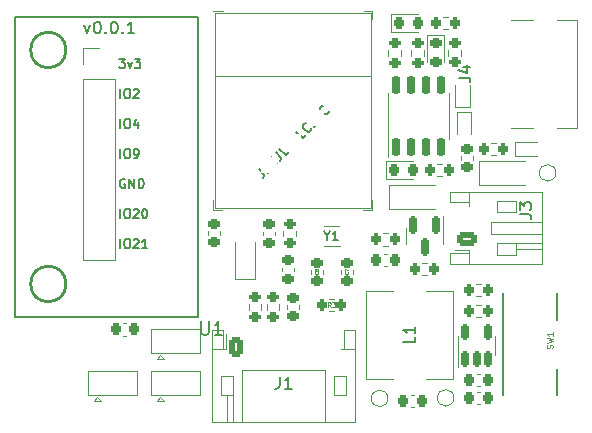
<source format=gto>
%TF.GenerationSoftware,KiCad,Pcbnew,(6.0.2)*%
%TF.CreationDate,2022-03-15T02:09:26-04:00*%
%TF.ProjectId,ferrous_slime,66657272-6f75-4735-9f73-6c696d652e6b,v0.0.1*%
%TF.SameCoordinates,Original*%
%TF.FileFunction,Legend,Top*%
%TF.FilePolarity,Positive*%
%FSLAX46Y46*%
G04 Gerber Fmt 4.6, Leading zero omitted, Abs format (unit mm)*
G04 Created by KiCad (PCBNEW (6.0.2)) date 2022-03-15 02:09:26*
%MOMM*%
%LPD*%
G01*
G04 APERTURE LIST*
G04 Aperture macros list*
%AMRoundRect*
0 Rectangle with rounded corners*
0 $1 Rounding radius*
0 $2 $3 $4 $5 $6 $7 $8 $9 X,Y pos of 4 corners*
0 Add a 4 corners polygon primitive as box body*
4,1,4,$2,$3,$4,$5,$6,$7,$8,$9,$2,$3,0*
0 Add four circle primitives for the rounded corners*
1,1,$1+$1,$2,$3*
1,1,$1+$1,$4,$5*
1,1,$1+$1,$6,$7*
1,1,$1+$1,$8,$9*
0 Add four rect primitives between the rounded corners*
20,1,$1+$1,$2,$3,$4,$5,0*
20,1,$1+$1,$4,$5,$6,$7,0*
20,1,$1+$1,$6,$7,$8,$9,0*
20,1,$1+$1,$8,$9,$2,$3,0*%
%AMFreePoly0*
4,1,6,0.725000,-0.725000,-0.725000,-0.725000,-0.725000,0.125000,-0.125000,0.725000,0.725000,0.725000,0.725000,-0.725000,0.725000,-0.725000,$1*%
G04 Aperture macros list end*
%ADD10C,0.200000*%
%ADD11C,0.150000*%
%ADD12C,0.060000*%
%ADD13C,0.127000*%
%ADD14C,0.100000*%
%ADD15C,0.152000*%
%ADD16C,0.120000*%
%ADD17C,0.203000*%
%ADD18C,0.254000*%
%ADD19RoundRect,0.250000X-0.350000X-0.625000X0.350000X-0.625000X0.350000X0.625000X-0.350000X0.625000X0*%
%ADD20O,1.200000X1.750000*%
%ADD21RoundRect,0.200000X-0.200000X-0.275000X0.200000X-0.275000X0.200000X0.275000X-0.200000X0.275000X0*%
%ADD22RoundRect,0.225000X0.225000X0.250000X-0.225000X0.250000X-0.225000X-0.250000X0.225000X-0.250000X0*%
%ADD23RoundRect,0.200000X-0.275000X0.200000X-0.275000X-0.200000X0.275000X-0.200000X0.275000X0.200000X0*%
%ADD24RoundRect,0.225000X-0.250000X0.225000X-0.250000X-0.225000X0.250000X-0.225000X0.250000X0.225000X0*%
%ADD25C,1.000000*%
%ADD26RoundRect,0.200000X0.275000X-0.200000X0.275000X0.200000X-0.275000X0.200000X-0.275000X-0.200000X0*%
%ADD27RoundRect,0.218750X-0.218750X-0.256250X0.218750X-0.256250X0.218750X0.256250X-0.218750X0.256250X0*%
%ADD28RoundRect,0.150000X-0.150000X0.587500X-0.150000X-0.587500X0.150000X-0.587500X0.150000X0.587500X0*%
%ADD29R,0.900000X1.200000*%
%ADD30RoundRect,0.200000X0.200000X0.275000X-0.200000X0.275000X-0.200000X-0.275000X0.200000X-0.275000X0*%
%ADD31RoundRect,0.225000X-0.225000X-0.250000X0.225000X-0.250000X0.225000X0.250000X-0.225000X0.250000X0*%
%ADD32R,1.000000X1.800000*%
%ADD33RoundRect,0.150000X0.150000X-0.512500X0.150000X0.512500X-0.150000X0.512500X-0.150000X-0.512500X0*%
%ADD34RoundRect,0.250000X0.625000X-0.350000X0.625000X0.350000X-0.625000X0.350000X-0.625000X-0.350000X0*%
%ADD35O,1.750000X1.200000*%
%ADD36RoundRect,0.225000X0.250000X-0.225000X0.250000X0.225000X-0.250000X0.225000X-0.250000X-0.225000X0*%
%ADD37RoundRect,0.218750X-0.256250X0.218750X-0.256250X-0.218750X0.256250X-0.218750X0.256250X0.218750X0*%
%ADD38R,0.700000X0.600000*%
%ADD39O,3.500000X2.200000*%
%ADD40R,2.500000X1.500000*%
%ADD41O,2.500000X1.500000*%
%ADD42R,0.800000X0.400000*%
%ADD43R,0.400000X0.800000*%
%ADD44R,0.700000X0.700000*%
%ADD45R,1.450000X1.450000*%
%ADD46FreePoly0,0.000000*%
%ADD47R,1.000000X1.500000*%
%ADD48C,0.650000*%
%ADD49R,1.150000X0.300000*%
%ADD50O,2.100000X1.000000*%
%ADD51O,1.600000X1.000000*%
%ADD52C,1.651000*%
%ADD53R,1.651000X1.651000*%
%ADD54R,0.600000X0.700000*%
%ADD55RoundRect,0.150000X0.150000X-0.650000X0.150000X0.650000X-0.150000X0.650000X-0.150000X-0.650000X0*%
%ADD56R,3.200000X2.400000*%
%ADD57R,2.200000X1.500000*%
%ADD58R,1.700000X1.700000*%
%ADD59O,1.700000X1.700000*%
%ADD60R,1.000000X1.000000*%
G04 APERTURE END LIST*
D10*
X56533857Y-31154714D02*
X56771952Y-31821380D01*
X57010047Y-31154714D01*
X57581476Y-30821380D02*
X57676714Y-30821380D01*
X57771952Y-30869000D01*
X57819571Y-30916619D01*
X57867190Y-31011857D01*
X57914809Y-31202333D01*
X57914809Y-31440428D01*
X57867190Y-31630904D01*
X57819571Y-31726142D01*
X57771952Y-31773761D01*
X57676714Y-31821380D01*
X57581476Y-31821380D01*
X57486238Y-31773761D01*
X57438619Y-31726142D01*
X57391000Y-31630904D01*
X57343380Y-31440428D01*
X57343380Y-31202333D01*
X57391000Y-31011857D01*
X57438619Y-30916619D01*
X57486238Y-30869000D01*
X57581476Y-30821380D01*
X58343380Y-31726142D02*
X58391000Y-31773761D01*
X58343380Y-31821380D01*
X58295761Y-31773761D01*
X58343380Y-31726142D01*
X58343380Y-31821380D01*
X59010047Y-30821380D02*
X59105285Y-30821380D01*
X59200523Y-30869000D01*
X59248142Y-30916619D01*
X59295761Y-31011857D01*
X59343380Y-31202333D01*
X59343380Y-31440428D01*
X59295761Y-31630904D01*
X59248142Y-31726142D01*
X59200523Y-31773761D01*
X59105285Y-31821380D01*
X59010047Y-31821380D01*
X58914809Y-31773761D01*
X58867190Y-31726142D01*
X58819571Y-31630904D01*
X58771952Y-31440428D01*
X58771952Y-31202333D01*
X58819571Y-31011857D01*
X58867190Y-30916619D01*
X58914809Y-30869000D01*
X59010047Y-30821380D01*
X59771952Y-31726142D02*
X59819571Y-31773761D01*
X59771952Y-31821380D01*
X59724333Y-31773761D01*
X59771952Y-31726142D01*
X59771952Y-31821380D01*
X60771952Y-31821380D02*
X60200523Y-31821380D01*
X60486238Y-31821380D02*
X60486238Y-30821380D01*
X60391000Y-30964238D01*
X60295761Y-31059476D01*
X60200523Y-31107095D01*
D11*
X71278479Y-43318551D02*
X71682540Y-43722612D01*
X71736415Y-43830362D01*
X71736415Y-43938112D01*
X71682540Y-44045861D01*
X71628666Y-44099736D01*
X72382913Y-43345489D02*
X72113539Y-43614863D01*
X71547853Y-43049177D01*
X72840849Y-42779803D02*
X72840849Y-42833678D01*
X72786974Y-42941428D01*
X72733099Y-42995302D01*
X72625350Y-43049177D01*
X72517600Y-43049177D01*
X72436788Y-43022240D01*
X72302101Y-42941428D01*
X72221289Y-42860615D01*
X72140476Y-42725928D01*
X72113539Y-42645116D01*
X72113539Y-42537367D01*
X72167414Y-42429617D01*
X72221289Y-42375742D01*
X72329038Y-42321867D01*
X72382913Y-42321867D01*
X72733099Y-41863932D02*
X73137160Y-42267993D01*
X73191035Y-42375742D01*
X73191035Y-42483492D01*
X73137160Y-42591241D01*
X73083285Y-42645116D01*
X73837533Y-41890869D02*
X73568159Y-42160243D01*
X73002473Y-41594558D01*
X74295468Y-41325184D02*
X74295468Y-41379058D01*
X74241594Y-41486808D01*
X74187719Y-41540683D01*
X74079969Y-41594558D01*
X73972220Y-41594558D01*
X73891407Y-41567620D01*
X73756720Y-41486808D01*
X73675908Y-41405996D01*
X73595096Y-41271309D01*
X73568159Y-41190497D01*
X73568159Y-41082747D01*
X73622033Y-40974997D01*
X73675908Y-40921123D01*
X73783658Y-40867248D01*
X73837533Y-40867248D01*
X74187719Y-40409312D02*
X74591780Y-40813373D01*
X74645655Y-40921123D01*
X74645655Y-41028872D01*
X74591780Y-41136622D01*
X74537905Y-41190497D01*
X75292152Y-40436249D02*
X75022778Y-40705623D01*
X74457093Y-40139938D01*
X75750088Y-39870564D02*
X75750088Y-39924439D01*
X75696213Y-40032188D01*
X75642338Y-40086063D01*
X75534589Y-40139938D01*
X75426839Y-40139938D01*
X75346027Y-40113001D01*
X75211340Y-40032188D01*
X75130528Y-39951376D01*
X75049716Y-39816689D01*
X75022778Y-39735877D01*
X75022778Y-39628127D01*
X75076653Y-39520378D01*
X75130528Y-39466503D01*
X75238277Y-39412628D01*
X75292152Y-39412628D01*
X75642338Y-38954692D02*
X76046399Y-39358753D01*
X76100274Y-39466503D01*
X76100274Y-39574253D01*
X76046399Y-39682002D01*
X75992525Y-39735877D01*
X76746772Y-38981630D02*
X76477398Y-39251004D01*
X75911712Y-38685318D01*
X77204708Y-38415944D02*
X77204708Y-38469819D01*
X77150833Y-38577569D01*
X77096958Y-38631443D01*
X76989209Y-38685318D01*
X76881459Y-38685318D01*
X76800647Y-38658381D01*
X76665960Y-38577569D01*
X76585148Y-38496756D01*
X76504335Y-38362069D01*
X76477398Y-38281257D01*
X76477398Y-38173508D01*
X76531273Y-38065758D01*
X76585148Y-38011883D01*
X76692897Y-37958008D01*
X76746772Y-37958008D01*
X73072666Y-60920380D02*
X73072666Y-61634666D01*
X73025047Y-61777523D01*
X72929809Y-61872761D01*
X72786952Y-61920380D01*
X72691714Y-61920380D01*
X74072666Y-61920380D02*
X73501238Y-61920380D01*
X73786952Y-61920380D02*
X73786952Y-60920380D01*
X73691714Y-61063238D01*
X73596476Y-61158476D01*
X73501238Y-61206095D01*
D12*
X77403333Y-54991942D02*
X77270000Y-54801466D01*
X77174761Y-54991942D02*
X77174761Y-54591942D01*
X77327142Y-54591942D01*
X77365238Y-54610990D01*
X77384285Y-54630037D01*
X77403333Y-54668132D01*
X77403333Y-54725275D01*
X77384285Y-54763370D01*
X77365238Y-54782418D01*
X77327142Y-54801466D01*
X77174761Y-54801466D01*
X77536666Y-54591942D02*
X77784285Y-54591942D01*
X77650952Y-54744323D01*
X77708095Y-54744323D01*
X77746190Y-54763370D01*
X77765238Y-54782418D01*
X77784285Y-54820513D01*
X77784285Y-54915751D01*
X77765238Y-54953847D01*
X77746190Y-54972894D01*
X77708095Y-54991942D01*
X77593809Y-54991942D01*
X77555714Y-54972894D01*
X77536666Y-54953847D01*
D13*
X77107142Y-48950837D02*
X77107142Y-49313694D01*
X76853142Y-48551694D02*
X77107142Y-48950837D01*
X77361142Y-48551694D01*
X78014285Y-49313694D02*
X77578857Y-49313694D01*
X77796571Y-49313694D02*
X77796571Y-48551694D01*
X77724000Y-48660551D01*
X77651428Y-48733122D01*
X77578857Y-48769408D01*
D11*
X93381580Y-47120133D02*
X94095866Y-47120133D01*
X94238723Y-47167752D01*
X94333961Y-47262990D01*
X94381580Y-47405847D01*
X94381580Y-47501085D01*
X93381580Y-46739180D02*
X93381580Y-46120133D01*
X93762533Y-46453466D01*
X93762533Y-46310609D01*
X93810152Y-46215371D01*
X93857771Y-46167752D01*
X93953009Y-46120133D01*
X94191104Y-46120133D01*
X94286342Y-46167752D01*
X94333961Y-46215371D01*
X94381580Y-46310609D01*
X94381580Y-46596323D01*
X94333961Y-46691561D01*
X94286342Y-46739180D01*
D14*
X96168381Y-58479657D02*
X96192191Y-58408229D01*
X96192191Y-58289181D01*
X96168381Y-58241562D01*
X96144572Y-58217752D01*
X96096953Y-58193943D01*
X96049334Y-58193943D01*
X96001715Y-58217752D01*
X95977905Y-58241562D01*
X95954096Y-58289181D01*
X95930286Y-58384419D01*
X95906477Y-58432038D01*
X95882667Y-58455848D01*
X95835048Y-58479657D01*
X95787429Y-58479657D01*
X95739810Y-58455848D01*
X95716001Y-58432038D01*
X95692191Y-58384419D01*
X95692191Y-58265371D01*
X95716001Y-58193943D01*
X95692191Y-58027276D02*
X96192191Y-57908229D01*
X95835048Y-57812991D01*
X96192191Y-57717752D01*
X95692191Y-57598705D01*
X96192191Y-57146324D02*
X96192191Y-57432038D01*
X96192191Y-57289181D02*
X95692191Y-57289181D01*
X95763620Y-57336800D01*
X95811239Y-57384419D01*
X95835048Y-57432038D01*
D11*
X88225380Y-35586323D02*
X88939666Y-35586323D01*
X89082523Y-35633942D01*
X89177761Y-35729180D01*
X89225380Y-35872037D01*
X89225380Y-35967275D01*
X88558714Y-34681561D02*
X89225380Y-34681561D01*
X88177761Y-34919656D02*
X88892047Y-35157751D01*
X88892047Y-34538704D01*
D15*
X66410942Y-56217061D02*
X66410942Y-57142347D01*
X66465371Y-57251204D01*
X66519800Y-57305632D01*
X66628657Y-57360061D01*
X66846371Y-57360061D01*
X66955228Y-57305632D01*
X67009657Y-57251204D01*
X67064085Y-57142347D01*
X67064085Y-56217061D01*
X68207085Y-57360061D02*
X67553942Y-57360061D01*
X67880514Y-57360061D02*
X67880514Y-56217061D01*
X67771657Y-56380347D01*
X67662800Y-56489204D01*
X67553942Y-56543632D01*
D12*
X76307142Y-52067000D02*
X76321428Y-52081285D01*
X76335714Y-52124142D01*
X76335714Y-52152714D01*
X76321428Y-52195571D01*
X76292857Y-52224142D01*
X76264285Y-52238428D01*
X76207142Y-52252714D01*
X76164285Y-52252714D01*
X76107142Y-52238428D01*
X76078571Y-52224142D01*
X76050000Y-52195571D01*
X76035714Y-52152714D01*
X76035714Y-52124142D01*
X76050000Y-52081285D01*
X76064285Y-52067000D01*
X76035714Y-51809857D02*
X76035714Y-51867000D01*
X76050000Y-51895571D01*
X76064285Y-51909857D01*
X76107142Y-51938428D01*
X76164285Y-51952714D01*
X76278571Y-51952714D01*
X76307142Y-51938428D01*
X76321428Y-51924142D01*
X76335714Y-51895571D01*
X76335714Y-51838428D01*
X76321428Y-51809857D01*
X76307142Y-51795571D01*
X76278571Y-51781285D01*
X76207142Y-51781285D01*
X76178571Y-51795571D01*
X76164285Y-51809857D01*
X76150000Y-51838428D01*
X76150000Y-51895571D01*
X76164285Y-51924142D01*
X76178571Y-51938428D01*
X76207142Y-51952714D01*
D11*
X84526380Y-57517656D02*
X84526380Y-57993847D01*
X83526380Y-57993847D01*
X84526380Y-56660513D02*
X84526380Y-57231942D01*
X84526380Y-56946228D02*
X83526380Y-56946228D01*
X83669238Y-57041466D01*
X83764476Y-57136704D01*
X83812095Y-57231942D01*
D13*
X59572978Y-39841714D02*
X59572978Y-39079714D01*
X60080978Y-39079714D02*
X60226121Y-39079714D01*
X60298692Y-39116000D01*
X60371264Y-39188571D01*
X60407550Y-39333714D01*
X60407550Y-39587714D01*
X60371264Y-39732857D01*
X60298692Y-39805428D01*
X60226121Y-39841714D01*
X60080978Y-39841714D01*
X60008407Y-39805428D01*
X59935835Y-39732857D01*
X59899550Y-39587714D01*
X59899550Y-39333714D01*
X59935835Y-39188571D01*
X60008407Y-39116000D01*
X60080978Y-39079714D01*
X61060692Y-39333714D02*
X61060692Y-39841714D01*
X60879264Y-39043428D02*
X60697835Y-39587714D01*
X61169550Y-39587714D01*
X59572978Y-37301714D02*
X59572978Y-36539714D01*
X60080978Y-36539714D02*
X60226121Y-36539714D01*
X60298692Y-36576000D01*
X60371264Y-36648571D01*
X60407550Y-36793714D01*
X60407550Y-37047714D01*
X60371264Y-37192857D01*
X60298692Y-37265428D01*
X60226121Y-37301714D01*
X60080978Y-37301714D01*
X60008407Y-37265428D01*
X59935835Y-37192857D01*
X59899550Y-37047714D01*
X59899550Y-36793714D01*
X59935835Y-36648571D01*
X60008407Y-36576000D01*
X60080978Y-36539714D01*
X60697835Y-36612285D02*
X60734121Y-36576000D01*
X60806692Y-36539714D01*
X60988121Y-36539714D01*
X61060692Y-36576000D01*
X61096978Y-36612285D01*
X61133264Y-36684857D01*
X61133264Y-36757428D01*
X61096978Y-36866285D01*
X60661550Y-37301714D01*
X61133264Y-37301714D01*
X59572978Y-42381714D02*
X59572978Y-41619714D01*
X60080978Y-41619714D02*
X60226121Y-41619714D01*
X60298692Y-41656000D01*
X60371264Y-41728571D01*
X60407550Y-41873714D01*
X60407550Y-42127714D01*
X60371264Y-42272857D01*
X60298692Y-42345428D01*
X60226121Y-42381714D01*
X60080978Y-42381714D01*
X60008407Y-42345428D01*
X59935835Y-42272857D01*
X59899550Y-42127714D01*
X59899550Y-41873714D01*
X59935835Y-41728571D01*
X60008407Y-41656000D01*
X60080978Y-41619714D01*
X60770407Y-42381714D02*
X60915550Y-42381714D01*
X60988121Y-42345428D01*
X61024407Y-42309142D01*
X61096978Y-42200285D01*
X61133264Y-42055142D01*
X61133264Y-41764857D01*
X61096978Y-41692285D01*
X61060692Y-41656000D01*
X60988121Y-41619714D01*
X60842978Y-41619714D01*
X60770407Y-41656000D01*
X60734121Y-41692285D01*
X60697835Y-41764857D01*
X60697835Y-41946285D01*
X60734121Y-42018857D01*
X60770407Y-42055142D01*
X60842978Y-42091428D01*
X60988121Y-42091428D01*
X61060692Y-42055142D01*
X61096978Y-42018857D01*
X61133264Y-41946285D01*
X59500407Y-33999714D02*
X59972121Y-33999714D01*
X59718121Y-34290000D01*
X59826978Y-34290000D01*
X59899550Y-34326285D01*
X59935835Y-34362571D01*
X59972121Y-34435142D01*
X59972121Y-34616571D01*
X59935835Y-34689142D01*
X59899550Y-34725428D01*
X59826978Y-34761714D01*
X59609264Y-34761714D01*
X59536692Y-34725428D01*
X59500407Y-34689142D01*
X60226121Y-34253714D02*
X60407550Y-34761714D01*
X60588978Y-34253714D01*
X60806692Y-33999714D02*
X61278407Y-33999714D01*
X61024407Y-34290000D01*
X61133264Y-34290000D01*
X61205835Y-34326285D01*
X61242121Y-34362571D01*
X61278407Y-34435142D01*
X61278407Y-34616571D01*
X61242121Y-34689142D01*
X61205835Y-34725428D01*
X61133264Y-34761714D01*
X60915550Y-34761714D01*
X60842978Y-34725428D01*
X60806692Y-34689142D01*
X59572978Y-47461714D02*
X59572978Y-46699714D01*
X60080978Y-46699714D02*
X60226121Y-46699714D01*
X60298692Y-46736000D01*
X60371264Y-46808571D01*
X60407550Y-46953714D01*
X60407550Y-47207714D01*
X60371264Y-47352857D01*
X60298692Y-47425428D01*
X60226121Y-47461714D01*
X60080978Y-47461714D01*
X60008407Y-47425428D01*
X59935835Y-47352857D01*
X59899550Y-47207714D01*
X59899550Y-46953714D01*
X59935835Y-46808571D01*
X60008407Y-46736000D01*
X60080978Y-46699714D01*
X60697835Y-46772285D02*
X60734121Y-46736000D01*
X60806692Y-46699714D01*
X60988121Y-46699714D01*
X61060692Y-46736000D01*
X61096978Y-46772285D01*
X61133264Y-46844857D01*
X61133264Y-46917428D01*
X61096978Y-47026285D01*
X60661550Y-47461714D01*
X61133264Y-47461714D01*
X61604978Y-46699714D02*
X61677550Y-46699714D01*
X61750121Y-46736000D01*
X61786407Y-46772285D01*
X61822692Y-46844857D01*
X61858978Y-46990000D01*
X61858978Y-47171428D01*
X61822692Y-47316571D01*
X61786407Y-47389142D01*
X61750121Y-47425428D01*
X61677550Y-47461714D01*
X61604978Y-47461714D01*
X61532407Y-47425428D01*
X61496121Y-47389142D01*
X61459835Y-47316571D01*
X61423550Y-47171428D01*
X61423550Y-46990000D01*
X61459835Y-46844857D01*
X61496121Y-46772285D01*
X61532407Y-46736000D01*
X61604978Y-46699714D01*
X59972121Y-44196000D02*
X59899550Y-44159714D01*
X59790692Y-44159714D01*
X59681835Y-44196000D01*
X59609264Y-44268571D01*
X59572978Y-44341142D01*
X59536692Y-44486285D01*
X59536692Y-44595142D01*
X59572978Y-44740285D01*
X59609264Y-44812857D01*
X59681835Y-44885428D01*
X59790692Y-44921714D01*
X59863264Y-44921714D01*
X59972121Y-44885428D01*
X60008407Y-44849142D01*
X60008407Y-44595142D01*
X59863264Y-44595142D01*
X60334978Y-44921714D02*
X60334978Y-44159714D01*
X60770407Y-44921714D01*
X60770407Y-44159714D01*
X61133264Y-44921714D02*
X61133264Y-44159714D01*
X61314692Y-44159714D01*
X61423550Y-44196000D01*
X61496121Y-44268571D01*
X61532407Y-44341142D01*
X61568692Y-44486285D01*
X61568692Y-44595142D01*
X61532407Y-44740285D01*
X61496121Y-44812857D01*
X61423550Y-44885428D01*
X61314692Y-44921714D01*
X61133264Y-44921714D01*
X59572978Y-50001714D02*
X59572978Y-49239714D01*
X60080978Y-49239714D02*
X60226121Y-49239714D01*
X60298692Y-49276000D01*
X60371264Y-49348571D01*
X60407550Y-49493714D01*
X60407550Y-49747714D01*
X60371264Y-49892857D01*
X60298692Y-49965428D01*
X60226121Y-50001714D01*
X60080978Y-50001714D01*
X60008407Y-49965428D01*
X59935835Y-49892857D01*
X59899550Y-49747714D01*
X59899550Y-49493714D01*
X59935835Y-49348571D01*
X60008407Y-49276000D01*
X60080978Y-49239714D01*
X60697835Y-49312285D02*
X60734121Y-49276000D01*
X60806692Y-49239714D01*
X60988121Y-49239714D01*
X61060692Y-49276000D01*
X61096978Y-49312285D01*
X61133264Y-49384857D01*
X61133264Y-49457428D01*
X61096978Y-49566285D01*
X60661550Y-50001714D01*
X61133264Y-50001714D01*
X61858978Y-50001714D02*
X61423550Y-50001714D01*
X61641264Y-50001714D02*
X61641264Y-49239714D01*
X61568692Y-49348571D01*
X61496121Y-49421142D01*
X61423550Y-49457428D01*
D12*
X78847142Y-52067000D02*
X78861428Y-52081285D01*
X78875714Y-52124142D01*
X78875714Y-52152714D01*
X78861428Y-52195571D01*
X78832857Y-52224142D01*
X78804285Y-52238428D01*
X78747142Y-52252714D01*
X78704285Y-52252714D01*
X78647142Y-52238428D01*
X78618571Y-52224142D01*
X78590000Y-52195571D01*
X78575714Y-52152714D01*
X78575714Y-52124142D01*
X78590000Y-52081285D01*
X78604285Y-52067000D01*
X78575714Y-51967000D02*
X78575714Y-51767000D01*
X78875714Y-51895571D01*
D16*
X67346008Y-64727000D02*
X79466008Y-64727000D01*
X67346008Y-56907000D02*
X67346008Y-64727000D01*
X68106008Y-62467000D02*
X69106008Y-62467000D01*
X68266008Y-58507000D02*
X68266008Y-56907000D01*
X68606008Y-62467000D02*
X68606008Y-64727000D01*
X69106008Y-62467000D02*
X69106008Y-60867000D01*
X78706008Y-62467000D02*
X77706008Y-62467000D01*
X79466008Y-58507000D02*
X78546008Y-58507000D01*
X79466008Y-56907000D02*
X78546008Y-56907000D01*
X78546008Y-58507000D02*
X78266008Y-58507000D01*
X69906008Y-64727000D02*
X69906008Y-60367000D01*
X77706008Y-62467000D02*
X77706008Y-60867000D01*
X78546008Y-56907000D02*
X78546008Y-58507000D01*
X69106008Y-62467000D02*
X69106008Y-64727000D01*
X68266008Y-56907000D02*
X67346008Y-56907000D01*
X68546008Y-58507000D02*
X68546008Y-57292000D01*
X77706008Y-60867000D02*
X78706008Y-60867000D01*
X67346008Y-58507000D02*
X68266008Y-58507000D01*
X79466008Y-64727000D02*
X79466008Y-56907000D01*
X68546008Y-58507000D02*
X68266008Y-58507000D01*
X78706008Y-60867000D02*
X78706008Y-62467000D01*
X69106008Y-60867000D02*
X68106008Y-60867000D01*
X69906008Y-60367000D02*
X76906008Y-60367000D01*
X76906008Y-60367000D02*
X76906008Y-64727000D01*
X68106008Y-60867000D02*
X68106008Y-62467000D01*
X89678742Y-54063500D02*
X90153258Y-54063500D01*
X89678742Y-53018500D02*
X90153258Y-53018500D01*
X84468580Y-62429000D02*
X84187420Y-62429000D01*
X84468580Y-63449000D02*
X84187420Y-63449000D01*
X71515500Y-54753742D02*
X71515500Y-55228258D01*
X70470500Y-54753742D02*
X70470500Y-55228258D01*
X77232742Y-54288500D02*
X77707258Y-54288500D01*
X77232742Y-55333500D02*
X77707258Y-55333500D01*
X74297000Y-51675420D02*
X74297000Y-51956580D01*
X73277000Y-51675420D02*
X73277000Y-51956580D01*
X87822000Y-62685000D02*
G75*
G03*
X87822000Y-62685000I-700000J0D01*
G01*
X73039500Y-55228258D02*
X73039500Y-54753742D01*
X71994500Y-55228258D02*
X71994500Y-54753742D01*
X83326500Y-33712258D02*
X83326500Y-33237742D01*
X82281500Y-33712258D02*
X82281500Y-33237742D01*
X84366000Y-42646000D02*
X82081000Y-42646000D01*
X82081000Y-42646000D02*
X82081000Y-44116000D01*
X82081000Y-44116000D02*
X84366000Y-44116000D01*
X82234000Y-62738000D02*
G75*
G03*
X82234000Y-62738000I-700000J0D01*
G01*
X82496000Y-31670000D02*
X84781000Y-31670000D01*
X84781000Y-30200000D02*
X82496000Y-30200000D01*
X82496000Y-30200000D02*
X82496000Y-31670000D01*
X81804742Y-49798500D02*
X82279258Y-49798500D01*
X81804742Y-48753500D02*
X82279258Y-48753500D01*
X83784000Y-48969000D02*
X83784000Y-49619000D01*
X83784000Y-48969000D02*
X83784000Y-48319000D01*
X86904000Y-48969000D02*
X86904000Y-47294000D01*
X86904000Y-48969000D02*
X86904000Y-49619000D01*
X82332000Y-46667000D02*
X86232000Y-46667000D01*
X82332000Y-44667000D02*
X86232000Y-44667000D01*
X82332000Y-44667000D02*
X82332000Y-46667000D01*
X85581258Y-52285500D02*
X85106742Y-52285500D01*
X85581258Y-51240500D02*
X85106742Y-51240500D01*
X82182580Y-50491000D02*
X81901420Y-50491000D01*
X82182580Y-51511000D02*
X81901420Y-51511000D01*
X59816420Y-56386000D02*
X60097580Y-56386000D01*
X59816420Y-57406000D02*
X60097580Y-57406000D01*
X78145000Y-48093990D02*
X76795000Y-48093990D01*
X78145000Y-49843990D02*
X76795000Y-49843990D01*
X88186622Y-58265365D02*
X88186622Y-57465365D01*
X91306622Y-58265365D02*
X91306622Y-59065365D01*
X91306622Y-58265365D02*
X91306622Y-57465365D01*
X88186622Y-58265365D02*
X88186622Y-60065365D01*
X91450800Y-46976000D02*
X91450800Y-45976000D01*
X87490800Y-51336000D02*
X95310800Y-51336000D01*
X93050800Y-45976000D02*
X93050800Y-46976000D01*
X89090800Y-50416000D02*
X87490800Y-50416000D01*
X93050800Y-46976000D02*
X91450800Y-46976000D01*
X89090800Y-50136000D02*
X89090800Y-50416000D01*
X91450800Y-45976000D02*
X93050800Y-45976000D01*
X95310800Y-48776000D02*
X90950800Y-48776000D01*
X89090800Y-46136000D02*
X89090800Y-46416000D01*
X93050800Y-50076000D02*
X95310800Y-50076000D01*
X91450800Y-49576000D02*
X91450800Y-50576000D01*
X93050800Y-50576000D02*
X93050800Y-49576000D01*
X91450800Y-50576000D02*
X93050800Y-50576000D01*
X87490800Y-45216000D02*
X87490800Y-46136000D01*
X93050800Y-49576000D02*
X91450800Y-49576000D01*
X93050800Y-49576000D02*
X95310800Y-49576000D01*
X90950800Y-47776000D02*
X95310800Y-47776000D01*
X87490800Y-50416000D02*
X87490800Y-51336000D01*
X87490800Y-46136000D02*
X89090800Y-46136000D01*
X95310800Y-51336000D02*
X95310800Y-45216000D01*
X89090800Y-51336000D02*
X89090800Y-50416000D01*
X89090800Y-50136000D02*
X87875800Y-50136000D01*
X89090800Y-45216000D02*
X89090800Y-46136000D01*
X90950800Y-48776000D02*
X90950800Y-47776000D01*
X95310800Y-45216000D02*
X87490800Y-45216000D01*
X89678742Y-54796500D02*
X90153258Y-54796500D01*
X89678742Y-55841500D02*
X90153258Y-55841500D01*
X73658000Y-55131580D02*
X73658000Y-54850420D01*
X74678000Y-55131580D02*
X74678000Y-54850420D01*
X88406500Y-33702266D02*
X88406500Y-33227750D01*
X87361500Y-33702266D02*
X87361500Y-33227750D01*
X87002000Y-34249500D02*
X87002000Y-31964500D01*
X87002000Y-31964500D02*
X85532000Y-31964500D01*
X85532000Y-31964500D02*
X85532000Y-34249500D01*
X89152173Y-36211489D02*
X89152173Y-38061489D01*
X87952173Y-36211489D02*
X87952173Y-38061489D01*
X87952173Y-38061489D02*
X89152173Y-38061489D01*
X88046000Y-40324000D02*
X88046000Y-38474000D01*
X89246000Y-38474000D02*
X88046000Y-38474000D01*
X89246000Y-40324000D02*
X89246000Y-38474000D01*
X89952000Y-44635000D02*
X93852000Y-44635000D01*
X89952000Y-42635000D02*
X93852000Y-42635000D01*
X89952000Y-42635000D02*
X89952000Y-44635000D01*
D11*
X96566004Y-62412986D02*
X96566004Y-60212986D01*
X91966004Y-62412986D02*
X91966004Y-53812986D01*
X96566004Y-56112986D02*
X96566004Y-53812986D01*
D16*
X80918000Y-46754007D02*
X80118000Y-46754007D01*
X80768000Y-46604007D02*
X67568000Y-46604007D01*
X80768000Y-30104007D02*
X80768000Y-46604007D01*
X68268000Y-29954007D02*
X67418000Y-29954007D01*
X80918000Y-45954007D02*
X80918000Y-46754007D01*
X67418000Y-46754007D02*
X68218000Y-46754007D01*
X80168000Y-29954007D02*
X80918000Y-29954007D01*
X80918000Y-29954007D02*
X80918000Y-30604007D01*
X67568000Y-35404007D02*
X80768000Y-35404007D01*
X67568000Y-46604007D02*
X67568000Y-30104007D01*
X67568000Y-30104007D02*
X80768000Y-30104007D01*
X67418000Y-45954007D02*
X67418000Y-46754007D01*
X56878000Y-60415000D02*
X60978000Y-60415000D01*
X56878000Y-62415000D02*
X56878000Y-60415000D01*
X57328000Y-62915000D02*
X57928000Y-62915000D01*
X57628000Y-62615000D02*
X57328000Y-62915000D01*
X60978000Y-60415000D02*
X60978000Y-62415000D01*
X57628000Y-62615000D02*
X57928000Y-62915000D01*
X60978000Y-62415000D02*
X56878000Y-62415000D01*
X92638000Y-39832990D02*
X94558000Y-39832990D01*
X96568000Y-30672990D02*
X98273000Y-30672990D01*
X94558000Y-30672990D02*
X92638000Y-30672990D01*
X98273000Y-39832990D02*
X96568000Y-39832990D01*
X98273000Y-30672990D02*
X98273000Y-39832990D01*
D17*
X66181460Y-55837462D02*
X63641460Y-55837462D01*
X63641460Y-55837462D02*
X50687460Y-55837462D01*
X50687460Y-55837462D02*
X50687460Y-30437462D01*
X50687460Y-30437462D02*
X66181460Y-30437462D01*
X66181460Y-30437462D02*
X66181460Y-55837462D01*
D18*
X54981460Y-33231462D02*
G75*
G03*
X54981460Y-33231462I-1500000J0D01*
G01*
X54981460Y-53043462D02*
G75*
G03*
X54981460Y-53043462I-1500000J0D01*
G01*
D16*
X96458000Y-43635000D02*
G75*
G03*
X96458000Y-43635000I-700000J0D01*
G01*
X89762420Y-63195000D02*
X90043580Y-63195000D01*
X89762420Y-62175000D02*
X90043580Y-62175000D01*
X94871999Y-41003000D02*
X93021999Y-41003000D01*
X93021999Y-41003000D02*
X93021999Y-42203000D01*
X94871999Y-42203000D02*
X93021999Y-42203000D01*
X74436500Y-49005258D02*
X74436500Y-48530742D01*
X73391500Y-49005258D02*
X73391500Y-48530742D01*
X87396000Y-38808990D02*
X87396000Y-40758990D01*
X87396000Y-38808990D02*
X87396000Y-36858990D01*
X82276000Y-38808990D02*
X82276000Y-36858990D01*
X82276000Y-38808990D02*
X82276000Y-42258990D01*
X87359258Y-31457500D02*
X86884742Y-31457500D01*
X87359258Y-30412500D02*
X86884742Y-30412500D01*
X62212000Y-56859000D02*
X66312000Y-56859000D01*
X66312000Y-58859000D02*
X62212000Y-58859000D01*
X62962000Y-59059000D02*
X62662000Y-59359000D01*
X62662000Y-59359000D02*
X63262000Y-59359000D01*
X62962000Y-59059000D02*
X63262000Y-59359000D01*
X62212000Y-58859000D02*
X62212000Y-56859000D01*
X66312000Y-56859000D02*
X66312000Y-58859000D01*
X85265500Y-33712258D02*
X85265500Y-33237742D01*
X84220500Y-33712258D02*
X84220500Y-33237742D01*
X89762420Y-61671000D02*
X90043580Y-61671000D01*
X89762420Y-60651000D02*
X90043580Y-60651000D01*
X62962000Y-62615000D02*
X62662000Y-62915000D01*
X62212000Y-60415000D02*
X66312000Y-60415000D01*
X62962000Y-62615000D02*
X63262000Y-62915000D01*
X62662000Y-62915000D02*
X63262000Y-62915000D01*
X66312000Y-62415000D02*
X62212000Y-62415000D01*
X66312000Y-60415000D02*
X66312000Y-62415000D01*
X62212000Y-62415000D02*
X62212000Y-60415000D01*
X68023200Y-48576620D02*
X68023200Y-48857780D01*
X67003200Y-48576620D02*
X67003200Y-48857780D01*
X76710000Y-52157580D02*
X76710000Y-51876420D01*
X75690000Y-52157580D02*
X75690000Y-51876420D01*
X71626000Y-48627420D02*
X71626000Y-48908580D01*
X72646000Y-48627420D02*
X72646000Y-48908580D01*
X86851258Y-43903500D02*
X86376742Y-43903500D01*
X86851258Y-42858500D02*
X86376742Y-42858500D01*
X85474000Y-53650990D02*
X87774000Y-53650990D01*
X80374000Y-53650990D02*
X82674000Y-53650990D01*
X87774000Y-61050990D02*
X85474000Y-61050990D01*
X87774000Y-53650990D02*
X87774000Y-61050990D01*
X82674000Y-61050990D02*
X80374000Y-61050990D01*
X80374000Y-61050990D02*
X80374000Y-53650990D01*
X56455000Y-35687000D02*
X59115000Y-35687000D01*
X56455000Y-34417000D02*
X56455000Y-33087000D01*
X56455000Y-50987000D02*
X59115000Y-50987000D01*
X56455000Y-33087000D02*
X57785000Y-33087000D01*
X56455000Y-35687000D02*
X56455000Y-50987000D01*
X59115000Y-35687000D02*
X59115000Y-50987000D01*
X78230000Y-52157580D02*
X78230000Y-51876420D01*
X79250000Y-52157580D02*
X79250000Y-51876420D01*
X90948742Y-42125500D02*
X91423258Y-42125500D01*
X90948742Y-41080500D02*
X91423258Y-41080500D01*
X88390000Y-42224420D02*
X88390000Y-42505580D01*
X89410000Y-42224420D02*
X89410000Y-42505580D01*
X69254000Y-52647000D02*
X70954000Y-52647000D01*
X70954000Y-52647000D02*
X70954000Y-49497000D01*
X69254000Y-52647000D02*
X69254000Y-49497000D01*
%LPC*%
D19*
X69406008Y-58367000D03*
D20*
X71406008Y-58367000D03*
X73406008Y-58367000D03*
X75406008Y-58367000D03*
X77406008Y-58367000D03*
D21*
X89091000Y-53541000D03*
X90741000Y-53541000D03*
D22*
X85103000Y-62939000D03*
X83553000Y-62939000D03*
D23*
X70993000Y-54166000D03*
X70993000Y-55816000D03*
D21*
X76645000Y-54811000D03*
X78295000Y-54811000D03*
D24*
X73787000Y-51041000D03*
X73787000Y-52591000D03*
D25*
X87122000Y-62685000D03*
D26*
X72517000Y-55816000D03*
X72517000Y-54166000D03*
X82804000Y-34300000D03*
X82804000Y-32650000D03*
D27*
X82778500Y-43381000D03*
X84353500Y-43381000D03*
D25*
X81534000Y-62738000D03*
D27*
X83193500Y-30935000D03*
X84768500Y-30935000D03*
D21*
X81217000Y-49276000D03*
X82867000Y-49276000D03*
D28*
X86294000Y-48031500D03*
X84394000Y-48031500D03*
X85344000Y-49906500D03*
D29*
X82932000Y-45667000D03*
X86232000Y-45667000D03*
D30*
X86169000Y-51763000D03*
X84519000Y-51763000D03*
D22*
X82817000Y-51001000D03*
X81267000Y-51001000D03*
D31*
X59182000Y-56896000D03*
X60732000Y-56896000D03*
D32*
X76220000Y-48968990D03*
X78720000Y-48968990D03*
D33*
X88796622Y-59402865D03*
X89746622Y-59402865D03*
X90696622Y-59402865D03*
X90696622Y-57127865D03*
X88796622Y-57127865D03*
D34*
X88950800Y-49276000D03*
D35*
X88950800Y-47276000D03*
D21*
X89091000Y-55319000D03*
X90741000Y-55319000D03*
D36*
X74168000Y-55766000D03*
X74168000Y-54216000D03*
D26*
X87884000Y-34290008D03*
X87884000Y-32640008D03*
D37*
X86267000Y-32662000D03*
X86267000Y-34237000D03*
D38*
X88552173Y-37611489D03*
X88552173Y-36211489D03*
X88646000Y-38924000D03*
X88646000Y-40324000D03*
D29*
X90552000Y-43635000D03*
X93852000Y-43635000D03*
D39*
X94266004Y-62212986D03*
X94266004Y-54012986D03*
D40*
X94266004Y-60112986D03*
D41*
X94266004Y-58112986D03*
X94266004Y-56112986D03*
D42*
X68268000Y-37004007D03*
X68268000Y-37804007D03*
X68268000Y-38604007D03*
X68268000Y-39404007D03*
X68268000Y-40204007D03*
X68268000Y-41004007D03*
X68268000Y-41804007D03*
X68268000Y-42604007D03*
X68268000Y-43404007D03*
X68268000Y-44204007D03*
X68268000Y-45004007D03*
D43*
X69368000Y-45904007D03*
X70168000Y-45904007D03*
X70968000Y-45904007D03*
X71768000Y-45904007D03*
X72568000Y-45904007D03*
X73368000Y-45904007D03*
X74168000Y-45904007D03*
X74968000Y-45904007D03*
X75768000Y-45904007D03*
X76568000Y-45904007D03*
X77368000Y-45904007D03*
X78168000Y-45904007D03*
X78968000Y-45904007D03*
D42*
X80068000Y-45004007D03*
X80068000Y-44204007D03*
X80068000Y-43404007D03*
X80068000Y-42604007D03*
X80068000Y-41804007D03*
X80068000Y-41004007D03*
X80068000Y-40204007D03*
X80068000Y-39404007D03*
X80068000Y-38604007D03*
X80068000Y-37804007D03*
X80068000Y-37004007D03*
D43*
X74968000Y-36104007D03*
X73368000Y-36104007D03*
D44*
X68218000Y-45954007D03*
D45*
X76143000Y-42979007D03*
X74168000Y-41004007D03*
D43*
X74168000Y-36104007D03*
X70968000Y-36104007D03*
D45*
X74168000Y-42979007D03*
X76143000Y-39029007D03*
D44*
X80118000Y-36054007D03*
D46*
X72193000Y-39029007D03*
D44*
X80118000Y-45954007D03*
D43*
X76568000Y-36104007D03*
D44*
X68218000Y-36054007D03*
D45*
X72193000Y-42979007D03*
X76143000Y-41004007D03*
X72193000Y-41054007D03*
X74168000Y-39029007D03*
D43*
X78968000Y-36104007D03*
X70168000Y-36104007D03*
X69368000Y-36104007D03*
X78168000Y-36104007D03*
X75768000Y-36104007D03*
X71768000Y-36104007D03*
X72568000Y-36104007D03*
X77368000Y-36104007D03*
D47*
X57628000Y-61415000D03*
X58928000Y-61415000D03*
X60228000Y-61415000D03*
D48*
X91883000Y-32362990D03*
X91883000Y-38142990D03*
D49*
X90818000Y-38602990D03*
X90818000Y-37802990D03*
X90818000Y-36502990D03*
X90818000Y-35502990D03*
X90818000Y-35002990D03*
X90818000Y-34002990D03*
X90818000Y-32702990D03*
X90818000Y-31902990D03*
X90818000Y-32202990D03*
X90818000Y-33002990D03*
X90818000Y-33502990D03*
X90818000Y-34502990D03*
X90818000Y-36002990D03*
X90818000Y-37002990D03*
X90818000Y-37502990D03*
X90818000Y-38302990D03*
D50*
X91383000Y-39572990D03*
X91383000Y-30932990D03*
D51*
X95563000Y-30932990D03*
X95563000Y-39572990D03*
D52*
X65038460Y-31707462D03*
X65038460Y-34120462D03*
D53*
X65038460Y-54567462D03*
D52*
X65038460Y-52027462D03*
X65038460Y-49487462D03*
X65038460Y-46947462D03*
X65038460Y-44407462D03*
X65038460Y-41867462D03*
X65038460Y-39327462D03*
X65038460Y-36787462D03*
D25*
X95758000Y-43635000D03*
D31*
X89128000Y-62685000D03*
X90678000Y-62685000D03*
D54*
X93471999Y-41603000D03*
X94871999Y-41603000D03*
D26*
X73914000Y-49593000D03*
X73914000Y-47943000D03*
D55*
X82931000Y-41458990D03*
X84201000Y-41458990D03*
X85471000Y-41458990D03*
X86741000Y-41458990D03*
X86741000Y-36158990D03*
X85471000Y-36158990D03*
X84201000Y-36158990D03*
X82931000Y-36158990D03*
D56*
X84836000Y-38808990D03*
D30*
X87947000Y-30935000D03*
X86297000Y-30935000D03*
D47*
X62962000Y-57859000D03*
X64262000Y-57859000D03*
X65562000Y-57859000D03*
D26*
X84743000Y-34300000D03*
X84743000Y-32650000D03*
D31*
X89128000Y-61161000D03*
X90678000Y-61161000D03*
D47*
X62962000Y-61415000D03*
X64262000Y-61415000D03*
X65562000Y-61415000D03*
D24*
X67513200Y-47942200D03*
X67513200Y-49492200D03*
D36*
X76200000Y-52792000D03*
X76200000Y-51242000D03*
D24*
X72136000Y-47993000D03*
X72136000Y-49543000D03*
D30*
X87439000Y-43381000D03*
X85789000Y-43381000D03*
D57*
X84074000Y-60550990D03*
X84074000Y-54150990D03*
D58*
X57785000Y-34417000D03*
D59*
X57785000Y-36957000D03*
X57785000Y-39497000D03*
X57785000Y-42037000D03*
X57785000Y-44577000D03*
X57785000Y-47117000D03*
X57785000Y-49657000D03*
D36*
X78740000Y-52792000D03*
X78740000Y-51242000D03*
D21*
X90361000Y-41603000D03*
X92011000Y-41603000D03*
D24*
X88900000Y-41590000D03*
X88900000Y-43140000D03*
D60*
X70104000Y-51997000D03*
X70104000Y-49497000D03*
M02*

</source>
